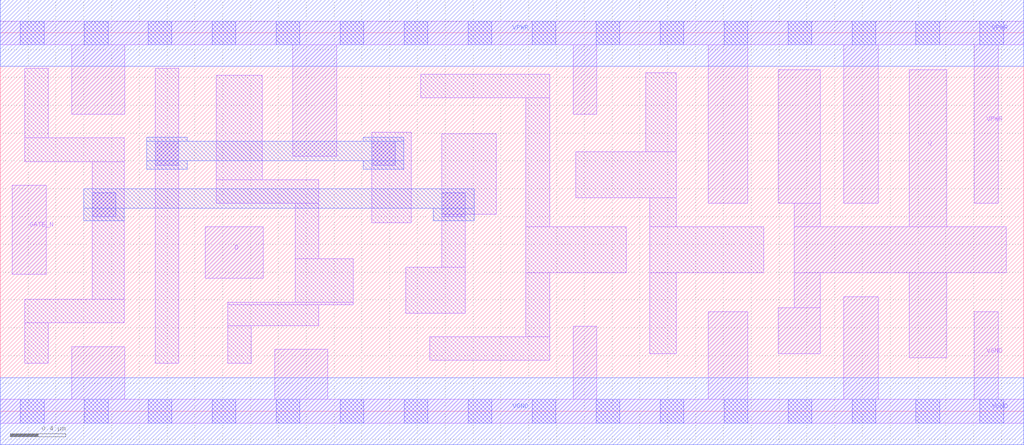
<source format=lef>
# Copyright 2020 The SkyWater PDK Authors
#
# Licensed under the Apache License, Version 2.0 (the "License");
# you may not use this file except in compliance with the License.
# You may obtain a copy of the License at
#
#     https://www.apache.org/licenses/LICENSE-2.0
#
# Unless required by applicable law or agreed to in writing, software
# distributed under the License is distributed on an "AS IS" BASIS,
# WITHOUT WARRANTIES OR CONDITIONS OF ANY KIND, either express or implied.
# See the License for the specific language governing permissions and
# limitations under the License.
#
# SPDX-License-Identifier: Apache-2.0

VERSION 5.7 ;
  NAMESCASESENSITIVE ON ;
  NOWIREEXTENSIONATPIN ON ;
  DIVIDERCHAR "/" ;
  BUSBITCHARS "[]" ;
UNITS
  DATABASE MICRONS 200 ;
END UNITS
PROPERTYDEFINITIONS
  MACRO maskLayoutSubType STRING ;
  MACRO prCellType STRING ;
  MACRO originalViewName STRING ;
END PROPERTYDEFINITIONS
MACRO sky130_fd_sc_hdll__dlxtn_4
  CLASS CORE ;
  FOREIGN sky130_fd_sc_hdll__dlxtn_4 ;
  ORIGIN  0.000000  0.000000 ;
  SIZE  7.360000 BY  2.720000 ;
  SYMMETRY X Y R90 ;
  SITE unithd ;
  PIN D
    ANTENNAGATEAREA  0.178200 ;
    DIRECTION INPUT ;
    USE SIGNAL ;
    PORT
      LAYER li1 ;
        RECT 1.475000 0.955000 1.890000 1.325000 ;
    END
  END D
  PIN GATE_N
    ANTENNAGATEAREA  0.178200 ;
    DIRECTION INPUT ;
    USE SIGNAL ;
    PORT
      LAYER li1 ;
        RECT 0.085000 0.985000 0.330000 1.625000 ;
    END
  END GATE_N
  PIN Q
    ANTENNADIFFAREA  0.996000 ;
    DIRECTION OUTPUT ;
    USE SIGNAL ;
    PORT
      LAYER li1 ;
        RECT 5.595000 0.415000 5.895000 0.745000 ;
        RECT 5.595000 1.495000 5.895000 2.455000 ;
        RECT 5.710000 0.745000 5.895000 0.995000 ;
        RECT 5.710000 0.995000 7.235000 1.325000 ;
        RECT 5.710000 1.325000 5.895000 1.495000 ;
        RECT 6.535000 0.385000 6.805000 0.995000 ;
        RECT 6.535000 1.325000 6.805000 2.455000 ;
    END
  END Q
  PIN VGND
    ANTENNADIFFAREA  0.993750 ;
    DIRECTION INOUT ;
    USE SIGNAL ;
    PORT
      LAYER li1 ;
        RECT 0.000000 -0.085000 7.360000 0.085000 ;
        RECT 0.515000  0.085000 0.895000 0.465000 ;
        RECT 1.975000  0.085000 2.355000 0.445000 ;
        RECT 4.120000  0.085000 4.290000 0.610000 ;
        RECT 5.090000  0.085000 5.375000 0.715000 ;
        RECT 6.065000  0.085000 6.315000 0.825000 ;
        RECT 7.005000  0.085000 7.175000 0.715000 ;
      LAYER mcon ;
        RECT 0.145000 -0.085000 0.315000 0.085000 ;
        RECT 0.605000 -0.085000 0.775000 0.085000 ;
        RECT 1.065000 -0.085000 1.235000 0.085000 ;
        RECT 1.525000 -0.085000 1.695000 0.085000 ;
        RECT 1.985000 -0.085000 2.155000 0.085000 ;
        RECT 2.445000 -0.085000 2.615000 0.085000 ;
        RECT 2.905000 -0.085000 3.075000 0.085000 ;
        RECT 3.365000 -0.085000 3.535000 0.085000 ;
        RECT 3.825000 -0.085000 3.995000 0.085000 ;
        RECT 4.285000 -0.085000 4.455000 0.085000 ;
        RECT 4.745000 -0.085000 4.915000 0.085000 ;
        RECT 5.205000 -0.085000 5.375000 0.085000 ;
        RECT 5.665000 -0.085000 5.835000 0.085000 ;
        RECT 6.125000 -0.085000 6.295000 0.085000 ;
        RECT 6.585000 -0.085000 6.755000 0.085000 ;
        RECT 7.045000 -0.085000 7.215000 0.085000 ;
      LAYER met1 ;
        RECT 0.000000 -0.240000 7.360000 0.240000 ;
    END
  END VGND
  PIN VPWR
    ANTENNADIFFAREA  1.349600 ;
    DIRECTION INOUT ;
    USE SIGNAL ;
    PORT
      LAYER li1 ;
        RECT 0.000000 2.635000 7.360000 2.805000 ;
        RECT 0.515000 2.135000 0.895000 2.635000 ;
        RECT 2.105000 1.835000 2.420000 2.635000 ;
        RECT 4.120000 2.135000 4.290000 2.635000 ;
        RECT 5.090000 1.495000 5.375000 2.635000 ;
        RECT 6.065000 1.495000 6.315000 2.635000 ;
        RECT 7.005000 1.495000 7.175000 2.635000 ;
      LAYER mcon ;
        RECT 0.145000 2.635000 0.315000 2.805000 ;
        RECT 0.605000 2.635000 0.775000 2.805000 ;
        RECT 1.065000 2.635000 1.235000 2.805000 ;
        RECT 1.525000 2.635000 1.695000 2.805000 ;
        RECT 1.985000 2.635000 2.155000 2.805000 ;
        RECT 2.445000 2.635000 2.615000 2.805000 ;
        RECT 2.905000 2.635000 3.075000 2.805000 ;
        RECT 3.365000 2.635000 3.535000 2.805000 ;
        RECT 3.825000 2.635000 3.995000 2.805000 ;
        RECT 4.285000 2.635000 4.455000 2.805000 ;
        RECT 4.745000 2.635000 4.915000 2.805000 ;
        RECT 5.205000 2.635000 5.375000 2.805000 ;
        RECT 5.665000 2.635000 5.835000 2.805000 ;
        RECT 6.125000 2.635000 6.295000 2.805000 ;
        RECT 6.585000 2.635000 6.755000 2.805000 ;
        RECT 7.045000 2.635000 7.215000 2.805000 ;
      LAYER met1 ;
        RECT 0.000000 2.480000 7.360000 2.960000 ;
    END
  END VPWR
  OBS
    LAYER li1 ;
      RECT 0.175000 0.345000 0.345000 0.635000 ;
      RECT 0.175000 0.635000 0.890000 0.805000 ;
      RECT 0.175000 1.795000 0.890000 1.965000 ;
      RECT 0.175000 1.965000 0.345000 2.465000 ;
      RECT 0.660000 0.805000 0.890000 1.795000 ;
      RECT 1.115000 0.345000 1.285000 2.465000 ;
      RECT 1.555000 1.495000 2.290000 1.665000 ;
      RECT 1.555000 1.665000 1.885000 2.415000 ;
      RECT 1.635000 0.345000 1.805000 0.615000 ;
      RECT 1.635000 0.615000 2.290000 0.765000 ;
      RECT 1.635000 0.765000 2.540000 0.785000 ;
      RECT 2.120000 0.785000 2.540000 1.095000 ;
      RECT 2.120000 1.095000 2.290000 1.495000 ;
      RECT 2.670000 1.355000 2.955000 2.005000 ;
      RECT 2.915000 0.705000 3.345000 1.035000 ;
      RECT 3.025000 2.255000 3.950000 2.425000 ;
      RECT 3.090000 0.365000 3.950000 0.535000 ;
      RECT 3.175000 1.035000 3.345000 1.415000 ;
      RECT 3.175000 1.415000 3.565000 1.995000 ;
      RECT 3.780000 0.535000 3.950000 0.995000 ;
      RECT 3.780000 0.995000 4.500000 1.325000 ;
      RECT 3.780000 1.325000 3.950000 2.255000 ;
      RECT 4.140000 1.535000 4.860000 1.865000 ;
      RECT 4.640000 1.865000 4.860000 2.435000 ;
      RECT 4.670000 0.415000 4.860000 0.995000 ;
      RECT 4.670000 0.995000 5.490000 1.325000 ;
      RECT 4.670000 1.325000 4.860000 1.535000 ;
    LAYER mcon ;
      RECT 0.660000 1.400000 0.830000 1.570000 ;
      RECT 1.115000 1.770000 1.285000 1.940000 ;
      RECT 2.670000 1.770000 2.840000 1.940000 ;
      RECT 3.175000 1.400000 3.345000 1.570000 ;
    LAYER met1 ;
      RECT 0.600000 1.370000 0.890000 1.460000 ;
      RECT 0.600000 1.460000 3.410000 1.600000 ;
      RECT 1.055000 1.740000 1.345000 1.800000 ;
      RECT 1.055000 1.800000 2.900000 1.940000 ;
      RECT 1.055000 1.940000 1.345000 1.970000 ;
      RECT 2.610000 1.740000 2.900000 1.800000 ;
      RECT 2.610000 1.940000 2.900000 1.970000 ;
      RECT 3.115000 1.370000 3.410000 1.460000 ;
  END
  PROPERTY maskLayoutSubType "abstract" ;
  PROPERTY prCellType "standard" ;
  PROPERTY originalViewName "layout" ;
END sky130_fd_sc_hdll__dlxtn_4

</source>
